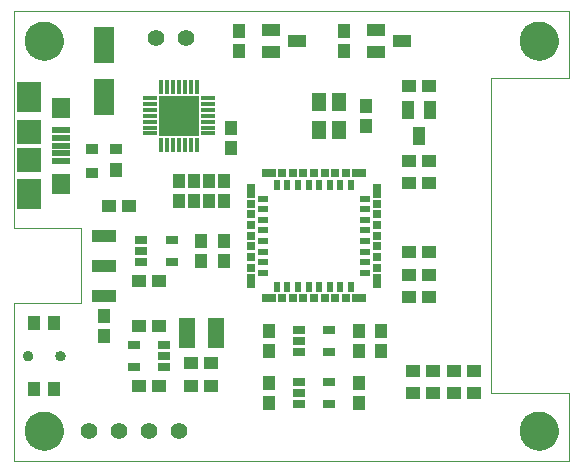
<source format=gts>
G75*
%MOIN*%
%OFA0B0*%
%FSLAX25Y25*%
%IPPOS*%
%LPD*%
%AMOC8*
5,1,8,0,0,1.08239X$1,22.5*
%
%ADD10C,0.00000*%
%ADD11C,0.12998*%
%ADD12R,0.06699X0.12211*%
%ADD13R,0.04337X0.04731*%
%ADD14R,0.04731X0.04337*%
%ADD15R,0.05912X0.01975*%
%ADD16R,0.07880X0.07880*%
%ADD17R,0.07880X0.09849*%
%ADD18R,0.06306X0.06699*%
%ADD19C,0.05550*%
%ADD20R,0.08274X0.04337*%
%ADD21R,0.03943X0.03550*%
%ADD22R,0.03943X0.05124*%
%ADD23R,0.03707X0.02369*%
%ADD24R,0.02369X0.03707*%
%ADD25R,0.02959X0.04731*%
%ADD26R,0.02959X0.02959*%
%ADD27R,0.04731X0.02959*%
%ADD28R,0.05518X0.10439*%
%ADD29R,0.04337X0.05124*%
%ADD30C,0.03353*%
%ADD31R,0.05912X0.04337*%
%ADD32R,0.04337X0.05912*%
%ADD33R,0.01581X0.04534*%
%ADD34R,0.04534X0.01581*%
%ADD35R,0.13195X0.13195*%
%ADD36R,0.04337X0.02565*%
%ADD37R,0.05124X0.06306*%
D10*
X0017291Y0035785D02*
X0017291Y0088285D01*
X0039791Y0088285D01*
X0039791Y0113285D01*
X0017291Y0113285D01*
X0017291Y0185785D01*
X0202291Y0185785D01*
X0202291Y0163285D01*
X0176291Y0163285D01*
X0176291Y0058285D01*
X0202291Y0058285D01*
X0202291Y0035785D01*
X0017291Y0035785D01*
X0020992Y0045785D02*
X0020994Y0045943D01*
X0021000Y0046101D01*
X0021010Y0046259D01*
X0021024Y0046417D01*
X0021042Y0046574D01*
X0021063Y0046731D01*
X0021089Y0046887D01*
X0021119Y0047043D01*
X0021152Y0047198D01*
X0021190Y0047351D01*
X0021231Y0047504D01*
X0021276Y0047656D01*
X0021325Y0047807D01*
X0021378Y0047956D01*
X0021434Y0048104D01*
X0021494Y0048250D01*
X0021558Y0048395D01*
X0021626Y0048538D01*
X0021697Y0048680D01*
X0021771Y0048820D01*
X0021849Y0048957D01*
X0021931Y0049093D01*
X0022015Y0049227D01*
X0022104Y0049358D01*
X0022195Y0049487D01*
X0022290Y0049614D01*
X0022387Y0049739D01*
X0022488Y0049861D01*
X0022592Y0049980D01*
X0022699Y0050097D01*
X0022809Y0050211D01*
X0022922Y0050322D01*
X0023037Y0050431D01*
X0023155Y0050536D01*
X0023276Y0050638D01*
X0023399Y0050738D01*
X0023525Y0050834D01*
X0023653Y0050927D01*
X0023783Y0051017D01*
X0023916Y0051103D01*
X0024051Y0051187D01*
X0024187Y0051266D01*
X0024326Y0051343D01*
X0024467Y0051415D01*
X0024609Y0051485D01*
X0024753Y0051550D01*
X0024899Y0051612D01*
X0025046Y0051670D01*
X0025195Y0051725D01*
X0025345Y0051776D01*
X0025496Y0051823D01*
X0025648Y0051866D01*
X0025801Y0051905D01*
X0025956Y0051941D01*
X0026111Y0051972D01*
X0026267Y0052000D01*
X0026423Y0052024D01*
X0026580Y0052044D01*
X0026738Y0052060D01*
X0026895Y0052072D01*
X0027054Y0052080D01*
X0027212Y0052084D01*
X0027370Y0052084D01*
X0027528Y0052080D01*
X0027687Y0052072D01*
X0027844Y0052060D01*
X0028002Y0052044D01*
X0028159Y0052024D01*
X0028315Y0052000D01*
X0028471Y0051972D01*
X0028626Y0051941D01*
X0028781Y0051905D01*
X0028934Y0051866D01*
X0029086Y0051823D01*
X0029237Y0051776D01*
X0029387Y0051725D01*
X0029536Y0051670D01*
X0029683Y0051612D01*
X0029829Y0051550D01*
X0029973Y0051485D01*
X0030115Y0051415D01*
X0030256Y0051343D01*
X0030395Y0051266D01*
X0030531Y0051187D01*
X0030666Y0051103D01*
X0030799Y0051017D01*
X0030929Y0050927D01*
X0031057Y0050834D01*
X0031183Y0050738D01*
X0031306Y0050638D01*
X0031427Y0050536D01*
X0031545Y0050431D01*
X0031660Y0050322D01*
X0031773Y0050211D01*
X0031883Y0050097D01*
X0031990Y0049980D01*
X0032094Y0049861D01*
X0032195Y0049739D01*
X0032292Y0049614D01*
X0032387Y0049487D01*
X0032478Y0049358D01*
X0032567Y0049227D01*
X0032651Y0049093D01*
X0032733Y0048957D01*
X0032811Y0048820D01*
X0032885Y0048680D01*
X0032956Y0048538D01*
X0033024Y0048395D01*
X0033088Y0048250D01*
X0033148Y0048104D01*
X0033204Y0047956D01*
X0033257Y0047807D01*
X0033306Y0047656D01*
X0033351Y0047504D01*
X0033392Y0047351D01*
X0033430Y0047198D01*
X0033463Y0047043D01*
X0033493Y0046887D01*
X0033519Y0046731D01*
X0033540Y0046574D01*
X0033558Y0046417D01*
X0033572Y0046259D01*
X0033582Y0046101D01*
X0033588Y0045943D01*
X0033590Y0045785D01*
X0033588Y0045627D01*
X0033582Y0045469D01*
X0033572Y0045311D01*
X0033558Y0045153D01*
X0033540Y0044996D01*
X0033519Y0044839D01*
X0033493Y0044683D01*
X0033463Y0044527D01*
X0033430Y0044372D01*
X0033392Y0044219D01*
X0033351Y0044066D01*
X0033306Y0043914D01*
X0033257Y0043763D01*
X0033204Y0043614D01*
X0033148Y0043466D01*
X0033088Y0043320D01*
X0033024Y0043175D01*
X0032956Y0043032D01*
X0032885Y0042890D01*
X0032811Y0042750D01*
X0032733Y0042613D01*
X0032651Y0042477D01*
X0032567Y0042343D01*
X0032478Y0042212D01*
X0032387Y0042083D01*
X0032292Y0041956D01*
X0032195Y0041831D01*
X0032094Y0041709D01*
X0031990Y0041590D01*
X0031883Y0041473D01*
X0031773Y0041359D01*
X0031660Y0041248D01*
X0031545Y0041139D01*
X0031427Y0041034D01*
X0031306Y0040932D01*
X0031183Y0040832D01*
X0031057Y0040736D01*
X0030929Y0040643D01*
X0030799Y0040553D01*
X0030666Y0040467D01*
X0030531Y0040383D01*
X0030395Y0040304D01*
X0030256Y0040227D01*
X0030115Y0040155D01*
X0029973Y0040085D01*
X0029829Y0040020D01*
X0029683Y0039958D01*
X0029536Y0039900D01*
X0029387Y0039845D01*
X0029237Y0039794D01*
X0029086Y0039747D01*
X0028934Y0039704D01*
X0028781Y0039665D01*
X0028626Y0039629D01*
X0028471Y0039598D01*
X0028315Y0039570D01*
X0028159Y0039546D01*
X0028002Y0039526D01*
X0027844Y0039510D01*
X0027687Y0039498D01*
X0027528Y0039490D01*
X0027370Y0039486D01*
X0027212Y0039486D01*
X0027054Y0039490D01*
X0026895Y0039498D01*
X0026738Y0039510D01*
X0026580Y0039526D01*
X0026423Y0039546D01*
X0026267Y0039570D01*
X0026111Y0039598D01*
X0025956Y0039629D01*
X0025801Y0039665D01*
X0025648Y0039704D01*
X0025496Y0039747D01*
X0025345Y0039794D01*
X0025195Y0039845D01*
X0025046Y0039900D01*
X0024899Y0039958D01*
X0024753Y0040020D01*
X0024609Y0040085D01*
X0024467Y0040155D01*
X0024326Y0040227D01*
X0024187Y0040304D01*
X0024051Y0040383D01*
X0023916Y0040467D01*
X0023783Y0040553D01*
X0023653Y0040643D01*
X0023525Y0040736D01*
X0023399Y0040832D01*
X0023276Y0040932D01*
X0023155Y0041034D01*
X0023037Y0041139D01*
X0022922Y0041248D01*
X0022809Y0041359D01*
X0022699Y0041473D01*
X0022592Y0041590D01*
X0022488Y0041709D01*
X0022387Y0041831D01*
X0022290Y0041956D01*
X0022195Y0042083D01*
X0022104Y0042212D01*
X0022015Y0042343D01*
X0021931Y0042477D01*
X0021849Y0042613D01*
X0021771Y0042750D01*
X0021697Y0042890D01*
X0021626Y0043032D01*
X0021558Y0043175D01*
X0021494Y0043320D01*
X0021434Y0043466D01*
X0021378Y0043614D01*
X0021325Y0043763D01*
X0021276Y0043914D01*
X0021231Y0044066D01*
X0021190Y0044219D01*
X0021152Y0044372D01*
X0021119Y0044527D01*
X0021089Y0044683D01*
X0021063Y0044839D01*
X0021042Y0044996D01*
X0021024Y0045153D01*
X0021010Y0045311D01*
X0021000Y0045469D01*
X0020994Y0045627D01*
X0020992Y0045785D01*
X0020402Y0070785D02*
X0020404Y0070862D01*
X0020410Y0070938D01*
X0020420Y0071014D01*
X0020434Y0071089D01*
X0020451Y0071164D01*
X0020473Y0071237D01*
X0020498Y0071310D01*
X0020528Y0071381D01*
X0020560Y0071450D01*
X0020597Y0071517D01*
X0020636Y0071583D01*
X0020679Y0071646D01*
X0020726Y0071707D01*
X0020775Y0071766D01*
X0020828Y0071822D01*
X0020883Y0071875D01*
X0020941Y0071925D01*
X0021001Y0071972D01*
X0021064Y0072016D01*
X0021129Y0072057D01*
X0021196Y0072094D01*
X0021265Y0072128D01*
X0021335Y0072158D01*
X0021407Y0072184D01*
X0021481Y0072206D01*
X0021555Y0072225D01*
X0021630Y0072240D01*
X0021706Y0072251D01*
X0021782Y0072258D01*
X0021859Y0072261D01*
X0021935Y0072260D01*
X0022012Y0072255D01*
X0022088Y0072246D01*
X0022164Y0072233D01*
X0022238Y0072216D01*
X0022312Y0072196D01*
X0022385Y0072171D01*
X0022456Y0072143D01*
X0022526Y0072111D01*
X0022594Y0072076D01*
X0022660Y0072037D01*
X0022724Y0071995D01*
X0022785Y0071949D01*
X0022845Y0071900D01*
X0022901Y0071849D01*
X0022955Y0071794D01*
X0023006Y0071737D01*
X0023054Y0071677D01*
X0023099Y0071615D01*
X0023140Y0071550D01*
X0023178Y0071484D01*
X0023213Y0071416D01*
X0023243Y0071345D01*
X0023271Y0071274D01*
X0023294Y0071201D01*
X0023314Y0071127D01*
X0023330Y0071052D01*
X0023342Y0070976D01*
X0023350Y0070900D01*
X0023354Y0070823D01*
X0023354Y0070747D01*
X0023350Y0070670D01*
X0023342Y0070594D01*
X0023330Y0070518D01*
X0023314Y0070443D01*
X0023294Y0070369D01*
X0023271Y0070296D01*
X0023243Y0070225D01*
X0023213Y0070154D01*
X0023178Y0070086D01*
X0023140Y0070020D01*
X0023099Y0069955D01*
X0023054Y0069893D01*
X0023006Y0069833D01*
X0022955Y0069776D01*
X0022901Y0069721D01*
X0022845Y0069670D01*
X0022785Y0069621D01*
X0022724Y0069575D01*
X0022660Y0069533D01*
X0022594Y0069494D01*
X0022526Y0069459D01*
X0022456Y0069427D01*
X0022385Y0069399D01*
X0022312Y0069374D01*
X0022238Y0069354D01*
X0022164Y0069337D01*
X0022088Y0069324D01*
X0022012Y0069315D01*
X0021935Y0069310D01*
X0021859Y0069309D01*
X0021782Y0069312D01*
X0021706Y0069319D01*
X0021630Y0069330D01*
X0021555Y0069345D01*
X0021481Y0069364D01*
X0021407Y0069386D01*
X0021335Y0069412D01*
X0021265Y0069442D01*
X0021196Y0069476D01*
X0021129Y0069513D01*
X0021064Y0069554D01*
X0021001Y0069598D01*
X0020941Y0069645D01*
X0020883Y0069695D01*
X0020828Y0069748D01*
X0020775Y0069804D01*
X0020726Y0069863D01*
X0020679Y0069924D01*
X0020636Y0069987D01*
X0020597Y0070053D01*
X0020560Y0070120D01*
X0020528Y0070189D01*
X0020498Y0070260D01*
X0020473Y0070333D01*
X0020451Y0070406D01*
X0020434Y0070481D01*
X0020420Y0070556D01*
X0020410Y0070632D01*
X0020404Y0070708D01*
X0020402Y0070785D01*
X0031229Y0070785D02*
X0031231Y0070862D01*
X0031237Y0070938D01*
X0031247Y0071014D01*
X0031261Y0071089D01*
X0031278Y0071164D01*
X0031300Y0071237D01*
X0031325Y0071310D01*
X0031355Y0071381D01*
X0031387Y0071450D01*
X0031424Y0071517D01*
X0031463Y0071583D01*
X0031506Y0071646D01*
X0031553Y0071707D01*
X0031602Y0071766D01*
X0031655Y0071822D01*
X0031710Y0071875D01*
X0031768Y0071925D01*
X0031828Y0071972D01*
X0031891Y0072016D01*
X0031956Y0072057D01*
X0032023Y0072094D01*
X0032092Y0072128D01*
X0032162Y0072158D01*
X0032234Y0072184D01*
X0032308Y0072206D01*
X0032382Y0072225D01*
X0032457Y0072240D01*
X0032533Y0072251D01*
X0032609Y0072258D01*
X0032686Y0072261D01*
X0032762Y0072260D01*
X0032839Y0072255D01*
X0032915Y0072246D01*
X0032991Y0072233D01*
X0033065Y0072216D01*
X0033139Y0072196D01*
X0033212Y0072171D01*
X0033283Y0072143D01*
X0033353Y0072111D01*
X0033421Y0072076D01*
X0033487Y0072037D01*
X0033551Y0071995D01*
X0033612Y0071949D01*
X0033672Y0071900D01*
X0033728Y0071849D01*
X0033782Y0071794D01*
X0033833Y0071737D01*
X0033881Y0071677D01*
X0033926Y0071615D01*
X0033967Y0071550D01*
X0034005Y0071484D01*
X0034040Y0071416D01*
X0034070Y0071345D01*
X0034098Y0071274D01*
X0034121Y0071201D01*
X0034141Y0071127D01*
X0034157Y0071052D01*
X0034169Y0070976D01*
X0034177Y0070900D01*
X0034181Y0070823D01*
X0034181Y0070747D01*
X0034177Y0070670D01*
X0034169Y0070594D01*
X0034157Y0070518D01*
X0034141Y0070443D01*
X0034121Y0070369D01*
X0034098Y0070296D01*
X0034070Y0070225D01*
X0034040Y0070154D01*
X0034005Y0070086D01*
X0033967Y0070020D01*
X0033926Y0069955D01*
X0033881Y0069893D01*
X0033833Y0069833D01*
X0033782Y0069776D01*
X0033728Y0069721D01*
X0033672Y0069670D01*
X0033612Y0069621D01*
X0033551Y0069575D01*
X0033487Y0069533D01*
X0033421Y0069494D01*
X0033353Y0069459D01*
X0033283Y0069427D01*
X0033212Y0069399D01*
X0033139Y0069374D01*
X0033065Y0069354D01*
X0032991Y0069337D01*
X0032915Y0069324D01*
X0032839Y0069315D01*
X0032762Y0069310D01*
X0032686Y0069309D01*
X0032609Y0069312D01*
X0032533Y0069319D01*
X0032457Y0069330D01*
X0032382Y0069345D01*
X0032308Y0069364D01*
X0032234Y0069386D01*
X0032162Y0069412D01*
X0032092Y0069442D01*
X0032023Y0069476D01*
X0031956Y0069513D01*
X0031891Y0069554D01*
X0031828Y0069598D01*
X0031768Y0069645D01*
X0031710Y0069695D01*
X0031655Y0069748D01*
X0031602Y0069804D01*
X0031553Y0069863D01*
X0031506Y0069924D01*
X0031463Y0069987D01*
X0031424Y0070053D01*
X0031387Y0070120D01*
X0031355Y0070189D01*
X0031325Y0070260D01*
X0031300Y0070333D01*
X0031278Y0070406D01*
X0031261Y0070481D01*
X0031247Y0070556D01*
X0031237Y0070632D01*
X0031231Y0070708D01*
X0031229Y0070785D01*
X0020992Y0175785D02*
X0020994Y0175943D01*
X0021000Y0176101D01*
X0021010Y0176259D01*
X0021024Y0176417D01*
X0021042Y0176574D01*
X0021063Y0176731D01*
X0021089Y0176887D01*
X0021119Y0177043D01*
X0021152Y0177198D01*
X0021190Y0177351D01*
X0021231Y0177504D01*
X0021276Y0177656D01*
X0021325Y0177807D01*
X0021378Y0177956D01*
X0021434Y0178104D01*
X0021494Y0178250D01*
X0021558Y0178395D01*
X0021626Y0178538D01*
X0021697Y0178680D01*
X0021771Y0178820D01*
X0021849Y0178957D01*
X0021931Y0179093D01*
X0022015Y0179227D01*
X0022104Y0179358D01*
X0022195Y0179487D01*
X0022290Y0179614D01*
X0022387Y0179739D01*
X0022488Y0179861D01*
X0022592Y0179980D01*
X0022699Y0180097D01*
X0022809Y0180211D01*
X0022922Y0180322D01*
X0023037Y0180431D01*
X0023155Y0180536D01*
X0023276Y0180638D01*
X0023399Y0180738D01*
X0023525Y0180834D01*
X0023653Y0180927D01*
X0023783Y0181017D01*
X0023916Y0181103D01*
X0024051Y0181187D01*
X0024187Y0181266D01*
X0024326Y0181343D01*
X0024467Y0181415D01*
X0024609Y0181485D01*
X0024753Y0181550D01*
X0024899Y0181612D01*
X0025046Y0181670D01*
X0025195Y0181725D01*
X0025345Y0181776D01*
X0025496Y0181823D01*
X0025648Y0181866D01*
X0025801Y0181905D01*
X0025956Y0181941D01*
X0026111Y0181972D01*
X0026267Y0182000D01*
X0026423Y0182024D01*
X0026580Y0182044D01*
X0026738Y0182060D01*
X0026895Y0182072D01*
X0027054Y0182080D01*
X0027212Y0182084D01*
X0027370Y0182084D01*
X0027528Y0182080D01*
X0027687Y0182072D01*
X0027844Y0182060D01*
X0028002Y0182044D01*
X0028159Y0182024D01*
X0028315Y0182000D01*
X0028471Y0181972D01*
X0028626Y0181941D01*
X0028781Y0181905D01*
X0028934Y0181866D01*
X0029086Y0181823D01*
X0029237Y0181776D01*
X0029387Y0181725D01*
X0029536Y0181670D01*
X0029683Y0181612D01*
X0029829Y0181550D01*
X0029973Y0181485D01*
X0030115Y0181415D01*
X0030256Y0181343D01*
X0030395Y0181266D01*
X0030531Y0181187D01*
X0030666Y0181103D01*
X0030799Y0181017D01*
X0030929Y0180927D01*
X0031057Y0180834D01*
X0031183Y0180738D01*
X0031306Y0180638D01*
X0031427Y0180536D01*
X0031545Y0180431D01*
X0031660Y0180322D01*
X0031773Y0180211D01*
X0031883Y0180097D01*
X0031990Y0179980D01*
X0032094Y0179861D01*
X0032195Y0179739D01*
X0032292Y0179614D01*
X0032387Y0179487D01*
X0032478Y0179358D01*
X0032567Y0179227D01*
X0032651Y0179093D01*
X0032733Y0178957D01*
X0032811Y0178820D01*
X0032885Y0178680D01*
X0032956Y0178538D01*
X0033024Y0178395D01*
X0033088Y0178250D01*
X0033148Y0178104D01*
X0033204Y0177956D01*
X0033257Y0177807D01*
X0033306Y0177656D01*
X0033351Y0177504D01*
X0033392Y0177351D01*
X0033430Y0177198D01*
X0033463Y0177043D01*
X0033493Y0176887D01*
X0033519Y0176731D01*
X0033540Y0176574D01*
X0033558Y0176417D01*
X0033572Y0176259D01*
X0033582Y0176101D01*
X0033588Y0175943D01*
X0033590Y0175785D01*
X0033588Y0175627D01*
X0033582Y0175469D01*
X0033572Y0175311D01*
X0033558Y0175153D01*
X0033540Y0174996D01*
X0033519Y0174839D01*
X0033493Y0174683D01*
X0033463Y0174527D01*
X0033430Y0174372D01*
X0033392Y0174219D01*
X0033351Y0174066D01*
X0033306Y0173914D01*
X0033257Y0173763D01*
X0033204Y0173614D01*
X0033148Y0173466D01*
X0033088Y0173320D01*
X0033024Y0173175D01*
X0032956Y0173032D01*
X0032885Y0172890D01*
X0032811Y0172750D01*
X0032733Y0172613D01*
X0032651Y0172477D01*
X0032567Y0172343D01*
X0032478Y0172212D01*
X0032387Y0172083D01*
X0032292Y0171956D01*
X0032195Y0171831D01*
X0032094Y0171709D01*
X0031990Y0171590D01*
X0031883Y0171473D01*
X0031773Y0171359D01*
X0031660Y0171248D01*
X0031545Y0171139D01*
X0031427Y0171034D01*
X0031306Y0170932D01*
X0031183Y0170832D01*
X0031057Y0170736D01*
X0030929Y0170643D01*
X0030799Y0170553D01*
X0030666Y0170467D01*
X0030531Y0170383D01*
X0030395Y0170304D01*
X0030256Y0170227D01*
X0030115Y0170155D01*
X0029973Y0170085D01*
X0029829Y0170020D01*
X0029683Y0169958D01*
X0029536Y0169900D01*
X0029387Y0169845D01*
X0029237Y0169794D01*
X0029086Y0169747D01*
X0028934Y0169704D01*
X0028781Y0169665D01*
X0028626Y0169629D01*
X0028471Y0169598D01*
X0028315Y0169570D01*
X0028159Y0169546D01*
X0028002Y0169526D01*
X0027844Y0169510D01*
X0027687Y0169498D01*
X0027528Y0169490D01*
X0027370Y0169486D01*
X0027212Y0169486D01*
X0027054Y0169490D01*
X0026895Y0169498D01*
X0026738Y0169510D01*
X0026580Y0169526D01*
X0026423Y0169546D01*
X0026267Y0169570D01*
X0026111Y0169598D01*
X0025956Y0169629D01*
X0025801Y0169665D01*
X0025648Y0169704D01*
X0025496Y0169747D01*
X0025345Y0169794D01*
X0025195Y0169845D01*
X0025046Y0169900D01*
X0024899Y0169958D01*
X0024753Y0170020D01*
X0024609Y0170085D01*
X0024467Y0170155D01*
X0024326Y0170227D01*
X0024187Y0170304D01*
X0024051Y0170383D01*
X0023916Y0170467D01*
X0023783Y0170553D01*
X0023653Y0170643D01*
X0023525Y0170736D01*
X0023399Y0170832D01*
X0023276Y0170932D01*
X0023155Y0171034D01*
X0023037Y0171139D01*
X0022922Y0171248D01*
X0022809Y0171359D01*
X0022699Y0171473D01*
X0022592Y0171590D01*
X0022488Y0171709D01*
X0022387Y0171831D01*
X0022290Y0171956D01*
X0022195Y0172083D01*
X0022104Y0172212D01*
X0022015Y0172343D01*
X0021931Y0172477D01*
X0021849Y0172613D01*
X0021771Y0172750D01*
X0021697Y0172890D01*
X0021626Y0173032D01*
X0021558Y0173175D01*
X0021494Y0173320D01*
X0021434Y0173466D01*
X0021378Y0173614D01*
X0021325Y0173763D01*
X0021276Y0173914D01*
X0021231Y0174066D01*
X0021190Y0174219D01*
X0021152Y0174372D01*
X0021119Y0174527D01*
X0021089Y0174683D01*
X0021063Y0174839D01*
X0021042Y0174996D01*
X0021024Y0175153D01*
X0021010Y0175311D01*
X0021000Y0175469D01*
X0020994Y0175627D01*
X0020992Y0175785D01*
X0185992Y0175785D02*
X0185994Y0175943D01*
X0186000Y0176101D01*
X0186010Y0176259D01*
X0186024Y0176417D01*
X0186042Y0176574D01*
X0186063Y0176731D01*
X0186089Y0176887D01*
X0186119Y0177043D01*
X0186152Y0177198D01*
X0186190Y0177351D01*
X0186231Y0177504D01*
X0186276Y0177656D01*
X0186325Y0177807D01*
X0186378Y0177956D01*
X0186434Y0178104D01*
X0186494Y0178250D01*
X0186558Y0178395D01*
X0186626Y0178538D01*
X0186697Y0178680D01*
X0186771Y0178820D01*
X0186849Y0178957D01*
X0186931Y0179093D01*
X0187015Y0179227D01*
X0187104Y0179358D01*
X0187195Y0179487D01*
X0187290Y0179614D01*
X0187387Y0179739D01*
X0187488Y0179861D01*
X0187592Y0179980D01*
X0187699Y0180097D01*
X0187809Y0180211D01*
X0187922Y0180322D01*
X0188037Y0180431D01*
X0188155Y0180536D01*
X0188276Y0180638D01*
X0188399Y0180738D01*
X0188525Y0180834D01*
X0188653Y0180927D01*
X0188783Y0181017D01*
X0188916Y0181103D01*
X0189051Y0181187D01*
X0189187Y0181266D01*
X0189326Y0181343D01*
X0189467Y0181415D01*
X0189609Y0181485D01*
X0189753Y0181550D01*
X0189899Y0181612D01*
X0190046Y0181670D01*
X0190195Y0181725D01*
X0190345Y0181776D01*
X0190496Y0181823D01*
X0190648Y0181866D01*
X0190801Y0181905D01*
X0190956Y0181941D01*
X0191111Y0181972D01*
X0191267Y0182000D01*
X0191423Y0182024D01*
X0191580Y0182044D01*
X0191738Y0182060D01*
X0191895Y0182072D01*
X0192054Y0182080D01*
X0192212Y0182084D01*
X0192370Y0182084D01*
X0192528Y0182080D01*
X0192687Y0182072D01*
X0192844Y0182060D01*
X0193002Y0182044D01*
X0193159Y0182024D01*
X0193315Y0182000D01*
X0193471Y0181972D01*
X0193626Y0181941D01*
X0193781Y0181905D01*
X0193934Y0181866D01*
X0194086Y0181823D01*
X0194237Y0181776D01*
X0194387Y0181725D01*
X0194536Y0181670D01*
X0194683Y0181612D01*
X0194829Y0181550D01*
X0194973Y0181485D01*
X0195115Y0181415D01*
X0195256Y0181343D01*
X0195395Y0181266D01*
X0195531Y0181187D01*
X0195666Y0181103D01*
X0195799Y0181017D01*
X0195929Y0180927D01*
X0196057Y0180834D01*
X0196183Y0180738D01*
X0196306Y0180638D01*
X0196427Y0180536D01*
X0196545Y0180431D01*
X0196660Y0180322D01*
X0196773Y0180211D01*
X0196883Y0180097D01*
X0196990Y0179980D01*
X0197094Y0179861D01*
X0197195Y0179739D01*
X0197292Y0179614D01*
X0197387Y0179487D01*
X0197478Y0179358D01*
X0197567Y0179227D01*
X0197651Y0179093D01*
X0197733Y0178957D01*
X0197811Y0178820D01*
X0197885Y0178680D01*
X0197956Y0178538D01*
X0198024Y0178395D01*
X0198088Y0178250D01*
X0198148Y0178104D01*
X0198204Y0177956D01*
X0198257Y0177807D01*
X0198306Y0177656D01*
X0198351Y0177504D01*
X0198392Y0177351D01*
X0198430Y0177198D01*
X0198463Y0177043D01*
X0198493Y0176887D01*
X0198519Y0176731D01*
X0198540Y0176574D01*
X0198558Y0176417D01*
X0198572Y0176259D01*
X0198582Y0176101D01*
X0198588Y0175943D01*
X0198590Y0175785D01*
X0198588Y0175627D01*
X0198582Y0175469D01*
X0198572Y0175311D01*
X0198558Y0175153D01*
X0198540Y0174996D01*
X0198519Y0174839D01*
X0198493Y0174683D01*
X0198463Y0174527D01*
X0198430Y0174372D01*
X0198392Y0174219D01*
X0198351Y0174066D01*
X0198306Y0173914D01*
X0198257Y0173763D01*
X0198204Y0173614D01*
X0198148Y0173466D01*
X0198088Y0173320D01*
X0198024Y0173175D01*
X0197956Y0173032D01*
X0197885Y0172890D01*
X0197811Y0172750D01*
X0197733Y0172613D01*
X0197651Y0172477D01*
X0197567Y0172343D01*
X0197478Y0172212D01*
X0197387Y0172083D01*
X0197292Y0171956D01*
X0197195Y0171831D01*
X0197094Y0171709D01*
X0196990Y0171590D01*
X0196883Y0171473D01*
X0196773Y0171359D01*
X0196660Y0171248D01*
X0196545Y0171139D01*
X0196427Y0171034D01*
X0196306Y0170932D01*
X0196183Y0170832D01*
X0196057Y0170736D01*
X0195929Y0170643D01*
X0195799Y0170553D01*
X0195666Y0170467D01*
X0195531Y0170383D01*
X0195395Y0170304D01*
X0195256Y0170227D01*
X0195115Y0170155D01*
X0194973Y0170085D01*
X0194829Y0170020D01*
X0194683Y0169958D01*
X0194536Y0169900D01*
X0194387Y0169845D01*
X0194237Y0169794D01*
X0194086Y0169747D01*
X0193934Y0169704D01*
X0193781Y0169665D01*
X0193626Y0169629D01*
X0193471Y0169598D01*
X0193315Y0169570D01*
X0193159Y0169546D01*
X0193002Y0169526D01*
X0192844Y0169510D01*
X0192687Y0169498D01*
X0192528Y0169490D01*
X0192370Y0169486D01*
X0192212Y0169486D01*
X0192054Y0169490D01*
X0191895Y0169498D01*
X0191738Y0169510D01*
X0191580Y0169526D01*
X0191423Y0169546D01*
X0191267Y0169570D01*
X0191111Y0169598D01*
X0190956Y0169629D01*
X0190801Y0169665D01*
X0190648Y0169704D01*
X0190496Y0169747D01*
X0190345Y0169794D01*
X0190195Y0169845D01*
X0190046Y0169900D01*
X0189899Y0169958D01*
X0189753Y0170020D01*
X0189609Y0170085D01*
X0189467Y0170155D01*
X0189326Y0170227D01*
X0189187Y0170304D01*
X0189051Y0170383D01*
X0188916Y0170467D01*
X0188783Y0170553D01*
X0188653Y0170643D01*
X0188525Y0170736D01*
X0188399Y0170832D01*
X0188276Y0170932D01*
X0188155Y0171034D01*
X0188037Y0171139D01*
X0187922Y0171248D01*
X0187809Y0171359D01*
X0187699Y0171473D01*
X0187592Y0171590D01*
X0187488Y0171709D01*
X0187387Y0171831D01*
X0187290Y0171956D01*
X0187195Y0172083D01*
X0187104Y0172212D01*
X0187015Y0172343D01*
X0186931Y0172477D01*
X0186849Y0172613D01*
X0186771Y0172750D01*
X0186697Y0172890D01*
X0186626Y0173032D01*
X0186558Y0173175D01*
X0186494Y0173320D01*
X0186434Y0173466D01*
X0186378Y0173614D01*
X0186325Y0173763D01*
X0186276Y0173914D01*
X0186231Y0174066D01*
X0186190Y0174219D01*
X0186152Y0174372D01*
X0186119Y0174527D01*
X0186089Y0174683D01*
X0186063Y0174839D01*
X0186042Y0174996D01*
X0186024Y0175153D01*
X0186010Y0175311D01*
X0186000Y0175469D01*
X0185994Y0175627D01*
X0185992Y0175785D01*
X0185992Y0045785D02*
X0185994Y0045943D01*
X0186000Y0046101D01*
X0186010Y0046259D01*
X0186024Y0046417D01*
X0186042Y0046574D01*
X0186063Y0046731D01*
X0186089Y0046887D01*
X0186119Y0047043D01*
X0186152Y0047198D01*
X0186190Y0047351D01*
X0186231Y0047504D01*
X0186276Y0047656D01*
X0186325Y0047807D01*
X0186378Y0047956D01*
X0186434Y0048104D01*
X0186494Y0048250D01*
X0186558Y0048395D01*
X0186626Y0048538D01*
X0186697Y0048680D01*
X0186771Y0048820D01*
X0186849Y0048957D01*
X0186931Y0049093D01*
X0187015Y0049227D01*
X0187104Y0049358D01*
X0187195Y0049487D01*
X0187290Y0049614D01*
X0187387Y0049739D01*
X0187488Y0049861D01*
X0187592Y0049980D01*
X0187699Y0050097D01*
X0187809Y0050211D01*
X0187922Y0050322D01*
X0188037Y0050431D01*
X0188155Y0050536D01*
X0188276Y0050638D01*
X0188399Y0050738D01*
X0188525Y0050834D01*
X0188653Y0050927D01*
X0188783Y0051017D01*
X0188916Y0051103D01*
X0189051Y0051187D01*
X0189187Y0051266D01*
X0189326Y0051343D01*
X0189467Y0051415D01*
X0189609Y0051485D01*
X0189753Y0051550D01*
X0189899Y0051612D01*
X0190046Y0051670D01*
X0190195Y0051725D01*
X0190345Y0051776D01*
X0190496Y0051823D01*
X0190648Y0051866D01*
X0190801Y0051905D01*
X0190956Y0051941D01*
X0191111Y0051972D01*
X0191267Y0052000D01*
X0191423Y0052024D01*
X0191580Y0052044D01*
X0191738Y0052060D01*
X0191895Y0052072D01*
X0192054Y0052080D01*
X0192212Y0052084D01*
X0192370Y0052084D01*
X0192528Y0052080D01*
X0192687Y0052072D01*
X0192844Y0052060D01*
X0193002Y0052044D01*
X0193159Y0052024D01*
X0193315Y0052000D01*
X0193471Y0051972D01*
X0193626Y0051941D01*
X0193781Y0051905D01*
X0193934Y0051866D01*
X0194086Y0051823D01*
X0194237Y0051776D01*
X0194387Y0051725D01*
X0194536Y0051670D01*
X0194683Y0051612D01*
X0194829Y0051550D01*
X0194973Y0051485D01*
X0195115Y0051415D01*
X0195256Y0051343D01*
X0195395Y0051266D01*
X0195531Y0051187D01*
X0195666Y0051103D01*
X0195799Y0051017D01*
X0195929Y0050927D01*
X0196057Y0050834D01*
X0196183Y0050738D01*
X0196306Y0050638D01*
X0196427Y0050536D01*
X0196545Y0050431D01*
X0196660Y0050322D01*
X0196773Y0050211D01*
X0196883Y0050097D01*
X0196990Y0049980D01*
X0197094Y0049861D01*
X0197195Y0049739D01*
X0197292Y0049614D01*
X0197387Y0049487D01*
X0197478Y0049358D01*
X0197567Y0049227D01*
X0197651Y0049093D01*
X0197733Y0048957D01*
X0197811Y0048820D01*
X0197885Y0048680D01*
X0197956Y0048538D01*
X0198024Y0048395D01*
X0198088Y0048250D01*
X0198148Y0048104D01*
X0198204Y0047956D01*
X0198257Y0047807D01*
X0198306Y0047656D01*
X0198351Y0047504D01*
X0198392Y0047351D01*
X0198430Y0047198D01*
X0198463Y0047043D01*
X0198493Y0046887D01*
X0198519Y0046731D01*
X0198540Y0046574D01*
X0198558Y0046417D01*
X0198572Y0046259D01*
X0198582Y0046101D01*
X0198588Y0045943D01*
X0198590Y0045785D01*
X0198588Y0045627D01*
X0198582Y0045469D01*
X0198572Y0045311D01*
X0198558Y0045153D01*
X0198540Y0044996D01*
X0198519Y0044839D01*
X0198493Y0044683D01*
X0198463Y0044527D01*
X0198430Y0044372D01*
X0198392Y0044219D01*
X0198351Y0044066D01*
X0198306Y0043914D01*
X0198257Y0043763D01*
X0198204Y0043614D01*
X0198148Y0043466D01*
X0198088Y0043320D01*
X0198024Y0043175D01*
X0197956Y0043032D01*
X0197885Y0042890D01*
X0197811Y0042750D01*
X0197733Y0042613D01*
X0197651Y0042477D01*
X0197567Y0042343D01*
X0197478Y0042212D01*
X0197387Y0042083D01*
X0197292Y0041956D01*
X0197195Y0041831D01*
X0197094Y0041709D01*
X0196990Y0041590D01*
X0196883Y0041473D01*
X0196773Y0041359D01*
X0196660Y0041248D01*
X0196545Y0041139D01*
X0196427Y0041034D01*
X0196306Y0040932D01*
X0196183Y0040832D01*
X0196057Y0040736D01*
X0195929Y0040643D01*
X0195799Y0040553D01*
X0195666Y0040467D01*
X0195531Y0040383D01*
X0195395Y0040304D01*
X0195256Y0040227D01*
X0195115Y0040155D01*
X0194973Y0040085D01*
X0194829Y0040020D01*
X0194683Y0039958D01*
X0194536Y0039900D01*
X0194387Y0039845D01*
X0194237Y0039794D01*
X0194086Y0039747D01*
X0193934Y0039704D01*
X0193781Y0039665D01*
X0193626Y0039629D01*
X0193471Y0039598D01*
X0193315Y0039570D01*
X0193159Y0039546D01*
X0193002Y0039526D01*
X0192844Y0039510D01*
X0192687Y0039498D01*
X0192528Y0039490D01*
X0192370Y0039486D01*
X0192212Y0039486D01*
X0192054Y0039490D01*
X0191895Y0039498D01*
X0191738Y0039510D01*
X0191580Y0039526D01*
X0191423Y0039546D01*
X0191267Y0039570D01*
X0191111Y0039598D01*
X0190956Y0039629D01*
X0190801Y0039665D01*
X0190648Y0039704D01*
X0190496Y0039747D01*
X0190345Y0039794D01*
X0190195Y0039845D01*
X0190046Y0039900D01*
X0189899Y0039958D01*
X0189753Y0040020D01*
X0189609Y0040085D01*
X0189467Y0040155D01*
X0189326Y0040227D01*
X0189187Y0040304D01*
X0189051Y0040383D01*
X0188916Y0040467D01*
X0188783Y0040553D01*
X0188653Y0040643D01*
X0188525Y0040736D01*
X0188399Y0040832D01*
X0188276Y0040932D01*
X0188155Y0041034D01*
X0188037Y0041139D01*
X0187922Y0041248D01*
X0187809Y0041359D01*
X0187699Y0041473D01*
X0187592Y0041590D01*
X0187488Y0041709D01*
X0187387Y0041831D01*
X0187290Y0041956D01*
X0187195Y0042083D01*
X0187104Y0042212D01*
X0187015Y0042343D01*
X0186931Y0042477D01*
X0186849Y0042613D01*
X0186771Y0042750D01*
X0186697Y0042890D01*
X0186626Y0043032D01*
X0186558Y0043175D01*
X0186494Y0043320D01*
X0186434Y0043466D01*
X0186378Y0043614D01*
X0186325Y0043763D01*
X0186276Y0043914D01*
X0186231Y0044066D01*
X0186190Y0044219D01*
X0186152Y0044372D01*
X0186119Y0044527D01*
X0186089Y0044683D01*
X0186063Y0044839D01*
X0186042Y0044996D01*
X0186024Y0045153D01*
X0186010Y0045311D01*
X0186000Y0045469D01*
X0185994Y0045627D01*
X0185992Y0045785D01*
D11*
X0192291Y0045785D03*
X0192291Y0175785D03*
X0027291Y0175785D03*
X0027291Y0045785D03*
D12*
X0047291Y0157124D03*
X0047291Y0174447D03*
D13*
X0089791Y0146632D03*
X0089791Y0139939D03*
X0087291Y0129132D03*
X0082291Y0129132D03*
X0077291Y0129132D03*
X0072291Y0129132D03*
X0072291Y0122439D03*
X0077291Y0122439D03*
X0082291Y0122439D03*
X0087291Y0122439D03*
X0087291Y0109132D03*
X0087291Y0102439D03*
X0079791Y0102439D03*
X0079791Y0109132D03*
X0102291Y0079132D03*
X0102291Y0072439D03*
X0102291Y0061632D03*
X0102291Y0054939D03*
X0132291Y0054939D03*
X0132291Y0061632D03*
X0132291Y0072439D03*
X0132291Y0079132D03*
X0139791Y0079132D03*
X0139791Y0072439D03*
X0134791Y0147439D03*
X0134791Y0154132D03*
X0127291Y0172439D03*
X0127291Y0179132D03*
X0092291Y0179132D03*
X0092291Y0172439D03*
X0047291Y0084132D03*
X0047291Y0077439D03*
D14*
X0058945Y0080785D03*
X0065638Y0080785D03*
X0076445Y0068285D03*
X0083138Y0068285D03*
X0083138Y0060785D03*
X0076445Y0060785D03*
X0065638Y0060785D03*
X0058945Y0060785D03*
X0058945Y0095785D03*
X0065638Y0095785D03*
X0055638Y0120785D03*
X0048945Y0120785D03*
X0148945Y0128285D03*
X0155638Y0128285D03*
X0155638Y0135785D03*
X0148945Y0135785D03*
X0148945Y0160785D03*
X0155638Y0160785D03*
X0155638Y0105285D03*
X0148945Y0105285D03*
X0148945Y0097785D03*
X0155638Y0097785D03*
X0155638Y0090285D03*
X0148945Y0090285D03*
X0150445Y0065785D03*
X0150445Y0058285D03*
X0157138Y0058285D03*
X0163945Y0058285D03*
X0170638Y0058285D03*
X0170638Y0065785D03*
X0163945Y0065785D03*
X0157138Y0065785D03*
D15*
X0033118Y0135667D03*
X0033118Y0138226D03*
X0033118Y0140785D03*
X0033118Y0143344D03*
X0033118Y0145903D03*
D16*
X0022291Y0145510D03*
X0022291Y0136061D03*
D17*
X0022291Y0124643D03*
X0022291Y0156927D03*
D18*
X0032921Y0153384D03*
X0032921Y0128187D03*
D19*
X0064791Y0176785D03*
X0074791Y0176785D03*
X0072291Y0045785D03*
X0062291Y0045785D03*
X0052291Y0045785D03*
X0042291Y0045785D03*
D20*
X0047291Y0090785D03*
X0047291Y0100785D03*
X0047291Y0110785D03*
D21*
X0043354Y0131848D03*
X0043354Y0139722D03*
X0051228Y0139722D03*
D22*
X0051228Y0132636D03*
D23*
X0100323Y0123187D03*
X0100323Y0119643D03*
X0100323Y0116100D03*
X0100323Y0112557D03*
X0100323Y0109013D03*
X0100323Y0105470D03*
X0100323Y0101927D03*
X0100323Y0098384D03*
X0134260Y0098384D03*
X0134260Y0101927D03*
X0134260Y0105470D03*
X0134260Y0109013D03*
X0134260Y0112557D03*
X0134260Y0116100D03*
X0134260Y0119643D03*
X0134260Y0123187D03*
D24*
X0129693Y0127754D03*
X0126150Y0127754D03*
X0122606Y0127754D03*
X0119063Y0127754D03*
X0115520Y0127754D03*
X0111976Y0127754D03*
X0108433Y0127754D03*
X0104890Y0127754D03*
X0104890Y0093817D03*
X0108433Y0093817D03*
X0111976Y0093817D03*
X0115520Y0093817D03*
X0119063Y0093817D03*
X0122606Y0093817D03*
X0126150Y0093817D03*
X0129693Y0093817D03*
D25*
X0138177Y0095726D03*
X0138177Y0125844D03*
X0096406Y0125844D03*
X0096406Y0095726D03*
D26*
X0096406Y0100155D03*
X0096406Y0103699D03*
X0096406Y0107242D03*
X0096406Y0110785D03*
X0096406Y0114328D03*
X0096406Y0117872D03*
X0096406Y0121415D03*
X0106661Y0131671D03*
X0110205Y0131671D03*
X0113748Y0131671D03*
X0117291Y0131671D03*
X0120835Y0131671D03*
X0124378Y0131671D03*
X0127921Y0131671D03*
X0138177Y0121415D03*
X0138177Y0117872D03*
X0138177Y0114328D03*
X0138177Y0110785D03*
X0138177Y0107242D03*
X0138177Y0103699D03*
X0138177Y0100155D03*
X0127921Y0089899D03*
X0124378Y0089899D03*
X0120835Y0089899D03*
X0117291Y0089899D03*
X0113748Y0089899D03*
X0110205Y0089899D03*
X0106661Y0089899D03*
D27*
X0102232Y0089899D03*
X0132350Y0089899D03*
X0132350Y0131671D03*
X0102232Y0131671D03*
D28*
X0084713Y0078285D03*
X0074870Y0078285D03*
D29*
X0030638Y0081809D03*
X0023945Y0081809D03*
X0023945Y0059762D03*
X0030638Y0059762D03*
D30*
X0032705Y0070785D03*
X0021878Y0070785D03*
D31*
X0102961Y0172045D03*
X0102961Y0179525D03*
X0111622Y0175785D03*
X0137961Y0172045D03*
X0137961Y0179525D03*
X0146622Y0175785D03*
D32*
X0148551Y0152616D03*
X0156031Y0152616D03*
X0152291Y0143954D03*
D33*
X0078197Y0141139D03*
X0076228Y0141139D03*
X0074260Y0141139D03*
X0072291Y0141139D03*
X0070323Y0141139D03*
X0068354Y0141139D03*
X0066386Y0141139D03*
X0066386Y0160431D03*
X0068354Y0160431D03*
X0070323Y0160431D03*
X0072291Y0160431D03*
X0074260Y0160431D03*
X0076228Y0160431D03*
X0078197Y0160431D03*
D34*
X0081937Y0156691D03*
X0081937Y0154722D03*
X0081937Y0152754D03*
X0081937Y0150785D03*
X0081937Y0148817D03*
X0081937Y0146848D03*
X0081937Y0144880D03*
X0062646Y0144880D03*
X0062646Y0146848D03*
X0062646Y0148817D03*
X0062646Y0150785D03*
X0062646Y0152754D03*
X0062646Y0154722D03*
X0062646Y0156691D03*
D35*
X0072291Y0150785D03*
D36*
X0069909Y0109525D03*
X0069909Y0102045D03*
X0059673Y0102045D03*
X0059673Y0105785D03*
X0059673Y0109525D03*
X0057173Y0074525D03*
X0057173Y0067045D03*
X0067409Y0067045D03*
X0067409Y0070785D03*
X0067409Y0074525D03*
X0112173Y0075785D03*
X0112173Y0079525D03*
X0112173Y0072045D03*
X0112173Y0062025D03*
X0112173Y0058285D03*
X0112173Y0054545D03*
X0122409Y0054545D03*
X0122409Y0062025D03*
X0122409Y0072045D03*
X0122409Y0079525D03*
D37*
X0125638Y0146061D03*
X0118945Y0146061D03*
X0118945Y0155510D03*
X0125638Y0155510D03*
M02*

</source>
